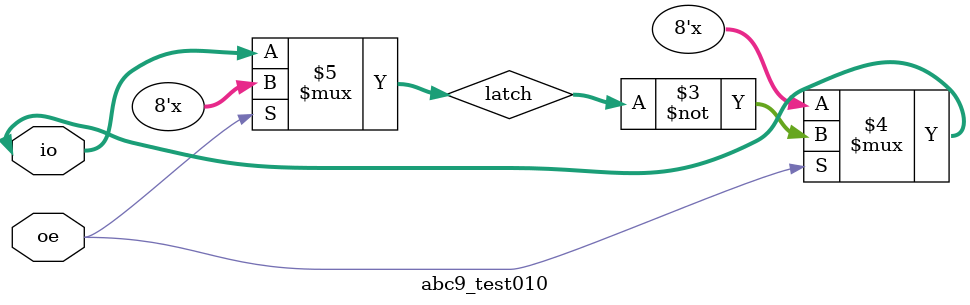
<source format=v>
module abc9_test010(inout [7:0] io, input oe);
reg [7:0] latch;
always @(io or oe)
    if (!oe)
        latch <= io;
assign io = oe ? ~latch : 8'bz;
endmodule
</source>
